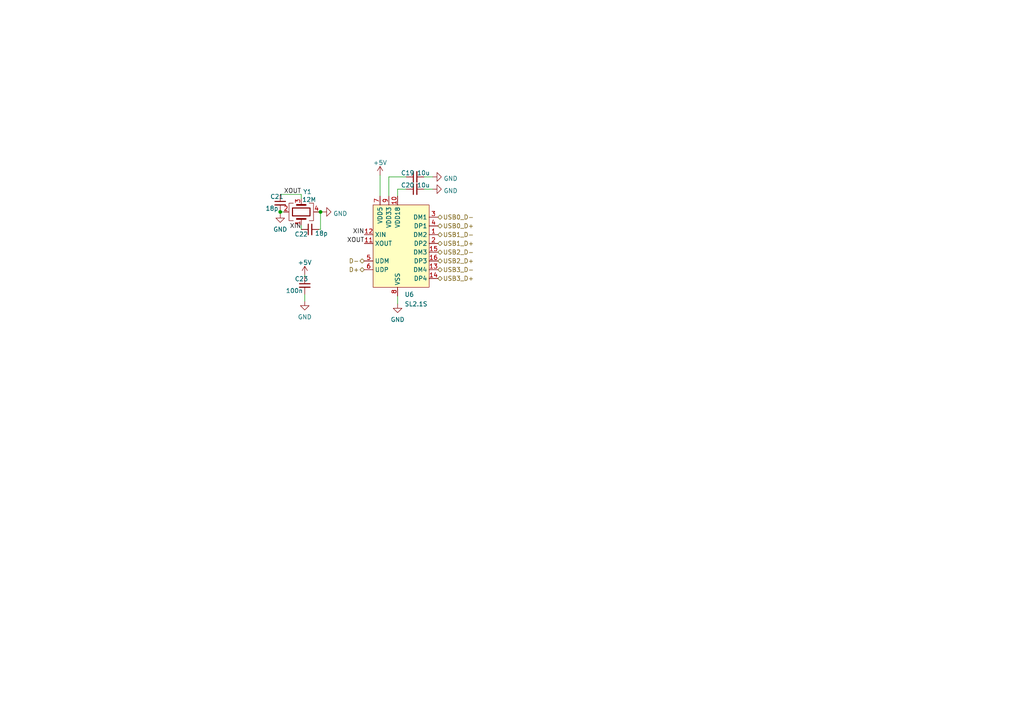
<source format=kicad_sch>
(kicad_sch (version 20211123) (generator eeschema)
  (paper "A4")
  (lib_symbols
    (symbol "Device:C_Small" (pin_numbers hide) (pin_names (offset 0.254) hide)
      (property "Reference" "C" (at 0.254 1.778 0))
      (property "Value" "C_Small" (at 0.254 -2.032 0))
      (symbol "C_Small_0_1"
        (polyline (pts (xy -1.524 -0.508) (xy 1.524 -0.508)) (stroke (width 0.3302)))
        (polyline (pts (xy -1.524 0.508) (xy 1.524 0.508)) (stroke (width 0.3048)))
      )
      (symbol "C_Small_1_1"
        (pin passive line (at 0 2.54 270) (length 2.032) (name "~") (number "1"))
        (pin passive line (at 0 -2.54 90) (length 2.032) (name "~") (number "2"))
      )
    )
    (symbol "Device:Crystal_GND24" (pin_names (offset 1.016) hide)
      (property "Reference" "Y" (at 3.175 5.08 0))
      (property "Value" "Crystal_GND24" (at 3.175 3.175 0))
      (symbol "Crystal_GND24_0_1"
        (rectangle (start -1.143 2.54) (end 1.143 -2.54) (stroke (width 0.3048)))
        (polyline (pts (xy -2.54 0) (xy -2.032 0)))
        (polyline (pts (xy -2.032 -1.27) (xy -2.032 1.27)) (stroke (width 0.508)))
        (polyline (pts (xy 0 -3.81) (xy 0 -3.556)))
        (polyline (pts (xy 0 3.556) (xy 0 3.81)))
        (polyline (pts (xy 2.032 -1.27) (xy 2.032 1.27)) (stroke (width 0.508)))
        (polyline (pts (xy 2.032 0) (xy 2.54 0)))
        (polyline (pts (xy -2.54 -2.286) (xy -2.54 -3.556) (xy 2.54 -3.556) (xy 2.54 -2.286)))
        (polyline (pts (xy -2.54 2.286) (xy -2.54 3.556) (xy 2.54 3.556) (xy 2.54 2.286)))
      )
      (symbol "Crystal_GND24_1_1"
        (pin passive line (at -3.81 0 0) (length 1.27) (name "1") (number "1"))
        (pin passive line (at 0 5.08 270) (length 1.27) (name "2") (number "2"))
        (pin passive line (at 3.81 0 180) (length 1.27) (name "3") (number "3"))
        (pin passive line (at 0 -5.08 90) (length 1.27) (name "4") (number "4"))
      )
    )
    (symbol "MyLib:SL2.1S"
      (property "Reference" "U" (at 5.08 13.716 0))
      (property "Value" "SL2.1S" (at -11.684 15.24 0))
      (symbol "SL2.1S_0_1"
        (rectangle (start -8.636 12.192) (end 7.62 -11.684) (stroke (width 0.1524)) (fill (type background)))
      )
      (symbol "SL2.1S_1_1"
        (pin bidirectional line (at 10.16 3.556 180) (length 2.54) (name "DM2") (number "1"))
        (pin power_in line (at -1.524 14.732 270) (length 2.54) (name "VDD18") (number "10"))
        (pin input line (at -11.176 1.016 0) (length 2.54) (name "XOUT") (number "11"))
        (pin input line (at -11.176 3.556 0) (length 2.54) (name "XIN") (number "12"))
        (pin bidirectional line (at 10.16 -6.604 180) (length 2.54) (name "DM4") (number "13"))
        (pin bidirectional line (at 10.16 -9.144 180) (length 2.54) (name "DP4") (number "14"))
        (pin bidirectional line (at 10.16 -1.524 180) (length 2.54) (name "DM3") (number "15"))
        (pin bidirectional line (at 10.16 -4.064 180) (length 2.54) (name "DP3") (number "16"))
        (pin bidirectional line (at 10.16 1.016 180) (length 2.54) (name "DP2") (number "2"))
        (pin bidirectional line (at 10.16 8.636 180) (length 2.54) (name "DM1") (number "3"))
        (pin bidirectional line (at 10.16 6.096 180) (length 2.54) (name "DP1") (number "4"))
        (pin bidirectional line (at -11.176 -4.064 0) (length 2.54) (name "UDM") (number "5"))
        (pin bidirectional line (at -11.176 -6.604 0) (length 2.54) (name "UDP") (number "6"))
        (pin power_in line (at -6.604 14.732 270) (length 2.54) (name "VDD5") (number "7"))
        (pin power_in line (at -1.524 -14.224 90) (length 2.54) (name "VSS") (number "8"))
        (pin power_in line (at -4.064 14.732 270) (length 2.54) (name "VDD33") (number "9"))
      )
    )
    (symbol "power:+5V" (power) (pin_names (offset 0))
      (property "Value" "+5V" (at 0 3.556 0))
      (symbol "+5V_0_1"
        (polyline (pts (xy -0.762 1.27) (xy 0 2.54)))
        (polyline (pts (xy 0 0) (xy 0 2.54)))
        (polyline (pts (xy 0 2.54) (xy 0.762 1.27)))
      )
      (symbol "+5V_1_1"
        (pin power_in line (at 0 0 90) (length 0) hide (name "+5V") (number "1"))
      )
    )
    (symbol "power:GND" (power) (pin_names (offset 0))
      (property "Value" "GND" (at 0 -3.81 0))
      (symbol "GND_0_1"
        (polyline (pts (xy 0 0) (xy 0 -1.27) (xy 1.27 -1.27) (xy 0 -2.54) (xy -1.27 -1.27) (xy 0 -1.27)))
      )
      (symbol "GND_1_1"
        (pin power_in line (at 0 0 270) (length 0) hide (name "GND") (number "1"))
      )
    )
  )
  (junction (at 92.964 61.468))
  (junction (at 81.28 61.468))
  (wire (pts (xy 81.28 61.468) (xy 81.28 61.976)))
  (wire (pts (xy 92.964 66.548) (xy 92.964 61.468)))
  (wire (pts (xy 110.236 50.8) (xy 110.236 56.896)))
  (wire (pts (xy 92.964 61.468) (xy 93.472 61.468)))
  (wire (pts (xy 88.392 85.344) (xy 88.392 87.376)))
  (wire (pts (xy 81.28 61.468) (xy 82.296 61.468)))
  (wire (pts (xy 87.376 56.388) (xy 87.376 57.658)))
  (wire (pts (xy 92.456 61.468) (xy 92.964 61.468)))
  (wire (pts (xy 122.936 51.308) (xy 125.476 51.308)))
  (wire (pts (xy 87.376 65.278) (xy 87.376 66.548)))
  (wire (pts (xy 112.776 51.308) (xy 112.776 56.896)))
  (wire (pts (xy 117.856 51.308) (xy 112.776 51.308)))
  (wire (pts (xy 81.28 56.388) (xy 87.376 56.388)))
  (wire (pts (xy 122.936 54.864) (xy 125.476 54.864)))
  (wire (pts (xy 115.316 56.896) (xy 115.316 54.864)))
  (wire (pts (xy 115.316 85.852) (xy 115.316 88.138)))
  (wire (pts (xy 88.392 79.756) (xy 88.392 80.264)))
  (wire (pts (xy 115.316 54.864) (xy 117.856 54.864)))
  (wire (pts (xy 92.456 66.548) (xy 92.964 66.548)))
  (label "XIN" (at 87.376 66.548 180))
  (label "XOUT" (at 105.664 70.612 180))
  (label "XIN" (at 105.664 68.072 180))
  (label "XOUT" (at 87.376 56.388 180))
  (hierarchical_label "USB0_D-" (shape bidirectional) (at 127 62.992 0))
  (hierarchical_label "D+" (shape bidirectional) (at 105.664 78.232 180))
  (hierarchical_label "USB1_D-" (shape bidirectional) (at 127 68.072 0))
  (hierarchical_label "USB0_D+" (shape bidirectional) (at 127 65.532 0))
  (hierarchical_label "USB1_D+" (shape bidirectional) (at 127 70.612 0))
  (hierarchical_label "USB3_D-" (shape bidirectional) (at 127 78.232 0))
  (hierarchical_label "USB3_D+" (shape bidirectional) (at 127 80.772 0))
  (hierarchical_label "USB2_D-" (shape bidirectional) (at 127 73.152 0))
  (hierarchical_label "USB2_D+" (shape bidirectional) (at 127 75.692 0))
  (hierarchical_label "D-" (shape bidirectional) (at 105.664 75.692 180))
  (symbol (lib_id "power:GND") (at 125.476 51.308 90) (unit 1)
    (property "Reference" "#PWR0136" (effects hide))
    (property "Value" "GND" (at 128.651 51.787 90) (effects (justify right)))
  )
  (symbol (lib_id "power:GND") (at 125.476 54.864 90) (unit 1)
    (property "Reference" "#PWR0135" (effects hide))
    (property "Value" "GND" (at 128.651 55.343 90) (effects (justify right)))
  )
  (symbol (lib_id "Device:C_Small") (at 89.916 66.548 90) (unit 1)
    (property "Reference" "C22" (at 87.376 67.945 90))
    (property "Value" "18p" (at 93.218 67.691 90))
    (property "Footprint" "Capacitor_SMD:C_0603_1608Metric" (effects hide))
  )
  (symbol (lib_id "MyLib:SL2.1S") (at 116.84 71.628 0) (unit 1)
    (property "Reference" "U6" (at 117.3354 85.4107 0) (effects (justify left)))
    (property "Value" "SL2.1S" (at 117.3354 88.1858 0) (effects (justify left)))
    (property "Footprint" "MyLib:SL2.1S-SSOP-16" (effects hide))
  )
  (symbol (lib_id "Device:C_Small") (at 88.392 82.804 0) (unit 1)
    (property "Reference" "C23" (at 85.471 80.899 0) (effects (justify left)))
    (property "Value" "100n" (at 87.884 84.328 0) (effects (justify right)))
    (property "Footprint" "Capacitor_SMD:C_0603_1608Metric" (effects hide))
  )
  (symbol (lib_id "Device:C_Small") (at 120.396 51.308 90) (unit 1)
    (property "Reference" "C19" (at 118.237 50.165 90))
    (property "Value" "10u" (at 122.809 50.165 90))
    (property "Footprint" "Capacitor_SMD:C_0603_1608Metric" (effects hide))
  )
  (symbol (lib_id "power:GND") (at 81.28 61.976 0) (unit 1)
    (property "Reference" "#PWR0139" (effects hide))
    (property "Value" "GND" (at 81.28 66.5385 0))
  )
  (symbol (lib_id "power:GND") (at 88.392 87.376 0) (unit 1)
    (property "Reference" "#PWR0134" (effects hide))
    (property "Value" "GND" (at 88.392 91.9385 0))
  )
  (symbol (lib_id "power:+5V") (at 110.236 50.8 0) (unit 1)
    (property "Reference" "#PWR0137" (effects hide))
    (property "Value" "+5V" (at 110.236 47.1955 0))
  )
  (symbol (lib_id "power:+5V") (at 88.392 79.756 0) (unit 1)
    (property "Reference" "#PWR0133" (effects hide))
    (property "Value" "+5V" (at 88.392 76.1515 0))
  )
  (symbol (lib_id "Device:C_Small") (at 81.28 58.928 0) (unit 1)
    (property "Reference" "C21" (at 78.359 57.023 0) (effects (justify left)))
    (property "Value" "18p" (at 80.772 60.452 0) (effects (justify right)))
    (property "Footprint" "Capacitor_SMD:C_0603_1608Metric" (effects hide))
  )
  (symbol (lib_id "Device:C_Small") (at 120.396 54.864 90) (unit 1)
    (property "Reference" "C20" (at 118.237 53.721 90))
    (property "Value" "10u" (at 122.809 53.721 90))
    (property "Footprint" "Capacitor_SMD:C_0603_1608Metric" (effects hide))
  )
  (symbol (lib_id "power:GND") (at 93.472 61.468 90) (unit 1)
    (property "Reference" "#PWR0138" (effects hide))
    (property "Value" "GND" (at 96.647 61.947 90) (effects (justify right)))
  )
  (symbol (lib_id "power:GND") (at 115.316 88.138 0) (unit 1)
    (property "Reference" "#PWR0132" (effects hide))
    (property "Value" "GND" (at 115.316 92.7005 0))
  )
  (symbol (lib_id "Device:Crystal_GND24") (at 87.376 61.468 90) (unit 1)
    (property "Reference" "Y1" (at 89.154 55.626 90))
    (property "Value" "12M" (at 89.662 57.912 90))
    (property "Footprint" "Crystal:Crystal_SMD_3225-4Pin_3.2x2.5mm" (effects hide))
  )
)
</source>
